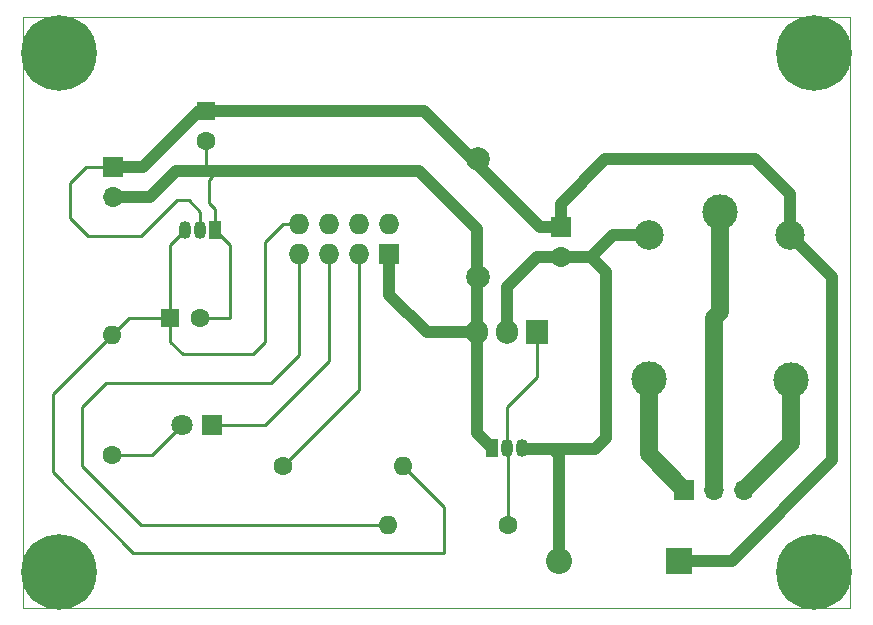
<source format=gbr>
%TF.GenerationSoftware,KiCad,Pcbnew,6.0.11-2627ca5db0~126~ubuntu20.04.1*%
%TF.CreationDate,2023-08-16T23:13:59-05:00*%
%TF.ProjectId,runLimiter,72756e4c-696d-4697-9465-722e6b696361,01*%
%TF.SameCoordinates,Original*%
%TF.FileFunction,Copper,L2,Bot*%
%TF.FilePolarity,Positive*%
%FSLAX46Y46*%
G04 Gerber Fmt 4.6, Leading zero omitted, Abs format (unit mm)*
G04 Created by KiCad (PCBNEW 6.0.11-2627ca5db0~126~ubuntu20.04.1) date 2023-08-16 23:13:59*
%MOMM*%
%LPD*%
G01*
G04 APERTURE LIST*
%TA.AperFunction,Profile*%
%ADD10C,0.100000*%
%TD*%
%TA.AperFunction,ComponentPad*%
%ADD11C,6.400000*%
%TD*%
%TA.AperFunction,ComponentPad*%
%ADD12C,1.600000*%
%TD*%
%TA.AperFunction,ComponentPad*%
%ADD13O,1.600000X1.600000*%
%TD*%
%TA.AperFunction,ComponentPad*%
%ADD14R,1.700000X1.700000*%
%TD*%
%TA.AperFunction,ComponentPad*%
%ADD15O,1.700000X1.700000*%
%TD*%
%TA.AperFunction,ComponentPad*%
%ADD16R,2.200000X2.200000*%
%TD*%
%TA.AperFunction,ComponentPad*%
%ADD17O,2.200000X2.200000*%
%TD*%
%TA.AperFunction,ComponentPad*%
%ADD18C,3.000000*%
%TD*%
%TA.AperFunction,ComponentPad*%
%ADD19C,2.500000*%
%TD*%
%TA.AperFunction,ComponentPad*%
%ADD20R,1.600000X1.600000*%
%TD*%
%TA.AperFunction,ComponentPad*%
%ADD21R,1.050000X1.500000*%
%TD*%
%TA.AperFunction,ComponentPad*%
%ADD22O,1.050000X1.500000*%
%TD*%
%TA.AperFunction,ComponentPad*%
%ADD23R,1.905000X2.000000*%
%TD*%
%TA.AperFunction,ComponentPad*%
%ADD24O,1.905000X2.000000*%
%TD*%
%TA.AperFunction,ComponentPad*%
%ADD25R,1.800000X1.800000*%
%TD*%
%TA.AperFunction,ComponentPad*%
%ADD26C,1.800000*%
%TD*%
%TA.AperFunction,ComponentPad*%
%ADD27C,2.000000*%
%TD*%
%TA.AperFunction,ComponentPad*%
%ADD28R,1.727200X1.727200*%
%TD*%
%TA.AperFunction,ComponentPad*%
%ADD29O,1.727200X1.727200*%
%TD*%
%TA.AperFunction,Conductor*%
%ADD30C,1.000000*%
%TD*%
%TA.AperFunction,Conductor*%
%ADD31C,0.250000*%
%TD*%
%TA.AperFunction,Conductor*%
%ADD32C,1.500000*%
%TD*%
G04 APERTURE END LIST*
D10*
X0Y0D02*
X70000000Y0D01*
X70000000Y0D02*
X70000000Y-50000000D01*
X70000000Y-50000000D02*
X0Y-50000000D01*
X0Y-50000000D02*
X0Y0D01*
D11*
%TO.P,REF\u002A\u002A,1*%
%TO.N,N/C*%
X3000000Y-3000000D03*
%TD*%
D12*
%TO.P,R3,1*%
%TO.N,Net-(R3-Pad1)*%
X22000000Y-38000000D03*
D13*
%TO.P,R3,2*%
%TO.N,/Internal Power*%
X32160000Y-38000000D03*
%TD*%
D14*
%TO.P,J3,1,Pin_1*%
%TO.N,Net-(J3-Pad1)*%
X55975000Y-40000000D03*
D15*
%TO.P,J3,2,Pin_2*%
%TO.N,Net-(J3-Pad2)*%
X58515000Y-40000000D03*
%TO.P,J3,3,Pin_3*%
%TO.N,Net-(J3-Pad3)*%
X61055000Y-40000000D03*
%TD*%
D16*
%TO.P,D2,1,K*%
%TO.N,/Control Power*%
X55500000Y-46000000D03*
D17*
%TO.P,D2,2,A*%
%TO.N,/Control Ground*%
X45340000Y-46000000D03*
%TD*%
D11*
%TO.P,REF\u002A\u002A,4*%
%TO.N,N/C*%
X3000000Y-47000000D03*
%TD*%
D18*
%TO.P,K1,1*%
%TO.N,Net-(J3-Pad2)*%
X59000000Y-16500000D03*
D19*
%TO.P,K1,2*%
%TO.N,/Control Ground*%
X52950000Y-18450000D03*
D18*
%TO.P,K1,3*%
%TO.N,Net-(J3-Pad1)*%
X52950000Y-30650000D03*
%TO.P,K1,4*%
%TO.N,Net-(J3-Pad3)*%
X65000000Y-30700000D03*
D19*
%TO.P,K1,5*%
%TO.N,/Control Power*%
X64950000Y-18450000D03*
%TD*%
D11*
%TO.P,REF\u002A\u002A,3*%
%TO.N,N/C*%
X67000000Y-47000000D03*
%TD*%
D14*
%TO.P,J1,1,Pin_1*%
%TO.N,/Control Power*%
X7590000Y-12700000D03*
D15*
%TO.P,J1,2,Pin_2*%
%TO.N,GNDREF*%
X7590000Y-15240000D03*
%TD*%
D14*
%TO.P,J2,1,Pin_1*%
%TO.N,/Control Power*%
X45500000Y-17800000D03*
D15*
%TO.P,J2,2,Pin_2*%
%TO.N,/Control Ground*%
X45500000Y-20340000D03*
%TD*%
D20*
%TO.P,C2,1*%
%TO.N,/Internal Power*%
X12460000Y-25500000D03*
D12*
%TO.P,C2,2*%
%TO.N,GNDREF*%
X14960000Y-25500000D03*
%TD*%
%TO.P,R1,1*%
%TO.N,Net-(D1-Pad2)*%
X7500000Y-37080000D03*
D13*
%TO.P,R1,2*%
%TO.N,/Internal Power*%
X7500000Y-26920000D03*
%TD*%
D21*
%TO.P,U1,1,GND*%
%TO.N,GNDREF*%
X16270000Y-18000000D03*
D22*
%TO.P,U1,2,VI*%
%TO.N,/Control Power*%
X15000000Y-18000000D03*
%TO.P,U1,3,VO*%
%TO.N,/Internal Power*%
X13730000Y-18000000D03*
%TD*%
D12*
%TO.P,R2,1*%
%TO.N,Net-(Q1-Pad2)*%
X41080000Y-43000000D03*
D13*
%TO.P,R2,2*%
%TO.N,Net-(R2-Pad2)*%
X30920000Y-43000000D03*
%TD*%
D23*
%TO.P,Q2,1,B*%
%TO.N,Net-(Q1-Pad2)*%
X43500000Y-26690000D03*
D24*
%TO.P,Q2,2,C*%
%TO.N,/Control Ground*%
X40960000Y-26690000D03*
%TO.P,Q2,3,E*%
%TO.N,GNDREF*%
X38420000Y-26690000D03*
%TD*%
D25*
%TO.P,D1,1,K*%
%TO.N,Net-(D1-Pad1)*%
X16000000Y-34500000D03*
D26*
%TO.P,D1,2,A*%
%TO.N,Net-(D1-Pad2)*%
X13460000Y-34500000D03*
%TD*%
D27*
%TO.P,C3,1*%
%TO.N,/Control Power*%
X38500000Y-12000000D03*
%TO.P,C3,2*%
%TO.N,GNDREF*%
X38500000Y-22000000D03*
%TD*%
D28*
%TO.P,U2,1,GND*%
%TO.N,GNDREF*%
X31000000Y-20040000D03*
D29*
%TO.P,U2,2,U0TXD/GPIO1*%
%TO.N,unconnected-(U2-Pad2)*%
X31000000Y-17500000D03*
%TO.P,U2,3,U1TXD/GPIO2*%
%TO.N,Net-(R3-Pad1)*%
X28460000Y-20040000D03*
%TO.P,U2,4,CH_EN/CH_PD*%
%TO.N,unconnected-(U2-Pad4)*%
X28460000Y-17500000D03*
%TO.P,U2,5,GPIO0*%
%TO.N,Net-(D1-Pad1)*%
X25920000Y-20040000D03*
%TO.P,U2,6,RST*%
%TO.N,unconnected-(U2-Pad6)*%
X25920000Y-17500000D03*
%TO.P,U2,7,GPIO3/U0RXD*%
%TO.N,Net-(R2-Pad2)*%
X23380000Y-20040000D03*
%TO.P,U2,8,VCC*%
%TO.N,/Internal Power*%
X23380000Y-17500000D03*
%TD*%
D21*
%TO.P,Q1,1,E*%
%TO.N,GNDREF*%
X39690000Y-36501115D03*
D22*
%TO.P,Q1,2,B*%
%TO.N,Net-(Q1-Pad2)*%
X40960000Y-36501115D03*
%TO.P,Q1,3,C*%
%TO.N,/Control Ground*%
X42230000Y-36501115D03*
%TD*%
D20*
%TO.P,C1,1*%
%TO.N,/Control Power*%
X15500000Y-7960000D03*
D12*
%TO.P,C1,2*%
%TO.N,GNDREF*%
X15500000Y-10460000D03*
%TD*%
D11*
%TO.P,REF\u002A\u002A,2*%
%TO.N,N/C*%
X67000000Y-3000000D03*
%TD*%
D30*
%TO.N,GNDREF*%
X31000000Y-23500000D02*
X34190000Y-26690000D01*
X34190000Y-26690000D02*
X38420000Y-26690000D01*
X38420000Y-26690000D02*
X38420000Y-35231115D01*
X38420000Y-35231115D02*
X39690000Y-36501115D01*
D31*
X16000000Y-13540000D02*
X15770000Y-13770000D01*
D30*
X31000000Y-20040000D02*
X31000000Y-23500000D01*
X15500000Y-13040000D02*
X33540000Y-13040000D01*
D31*
X17540000Y-19270000D02*
X17540000Y-25500000D01*
X16270000Y-18000000D02*
X17540000Y-19270000D01*
D30*
X38420000Y-17920000D02*
X38420000Y-26690000D01*
X10760000Y-15240000D02*
X7590000Y-15240000D01*
X15500000Y-13040000D02*
X12960000Y-13040000D01*
X33540000Y-13040000D02*
X38420000Y-17920000D01*
D31*
X15500000Y-13040000D02*
X16000000Y-13540000D01*
X15770000Y-13770000D02*
X15770000Y-15770000D01*
X17540000Y-25500000D02*
X14960000Y-25500000D01*
X16270000Y-16270000D02*
X16270000Y-18000000D01*
X15500000Y-10460000D02*
X15500000Y-13040000D01*
D30*
X12960000Y-13040000D02*
X10760000Y-15240000D01*
D31*
X15770000Y-15770000D02*
X16270000Y-16270000D01*
%TO.N,Net-(Q1-Pad2)*%
X43500000Y-26690000D02*
X43500000Y-30500000D01*
X43500000Y-30500000D02*
X40960000Y-33040000D01*
X41080000Y-36621115D02*
X40960000Y-36501115D01*
X41080000Y-43000000D02*
X41080000Y-36621115D01*
X40960000Y-33040000D02*
X40960000Y-36501115D01*
%TO.N,Net-(R2-Pad2)*%
X23380000Y-28620000D02*
X23380000Y-20040000D01*
X21000000Y-31000000D02*
X23380000Y-28620000D01*
X30920000Y-43000000D02*
X10000000Y-43000000D01*
X10000000Y-43000000D02*
X5000000Y-38000000D01*
X7000000Y-31000000D02*
X21000000Y-31000000D01*
X5000000Y-38000000D02*
X5000000Y-33000000D01*
X5000000Y-33000000D02*
X7000000Y-31000000D01*
%TO.N,Net-(D1-Pad1)*%
X16000000Y-34500000D02*
X20500000Y-34500000D01*
X20500000Y-34500000D02*
X25920000Y-29080000D01*
X25920000Y-29080000D02*
X25920000Y-20040000D01*
%TO.N,Net-(D1-Pad2)*%
X7500000Y-37080000D02*
X10880000Y-37080000D01*
X10880000Y-37080000D02*
X13460000Y-34500000D01*
D30*
%TO.N,/Control Power*%
X10160000Y-12700000D02*
X7590000Y-12700000D01*
D31*
X15000000Y-16500000D02*
X14000000Y-15500000D01*
D30*
X60000000Y-46000000D02*
X68500000Y-37500000D01*
X49300000Y-12000000D02*
X62000000Y-12000000D01*
X45500000Y-17800000D02*
X45500000Y-15800000D01*
X68500000Y-37500000D02*
X68500000Y-22000000D01*
X62000000Y-12000000D02*
X64950000Y-14950000D01*
D31*
X15000000Y-18640000D02*
X15000000Y-16500000D01*
D30*
X33960000Y-7960000D02*
X15500000Y-7960000D01*
X43800000Y-17800000D02*
X33960000Y-7960000D01*
X45500000Y-17800000D02*
X43800000Y-17800000D01*
D31*
X5500000Y-18500000D02*
X4000000Y-17000000D01*
X13000000Y-15500000D02*
X10000000Y-18500000D01*
D30*
X55500000Y-46000000D02*
X60000000Y-46000000D01*
X14900000Y-7960000D02*
X10160000Y-12700000D01*
X64950000Y-14950000D02*
X64950000Y-18450000D01*
D31*
X14000000Y-15500000D02*
X13000000Y-15500000D01*
X10000000Y-18500000D02*
X5500000Y-18500000D01*
D30*
X45500000Y-15800000D02*
X49300000Y-12000000D01*
D31*
X4000000Y-14000000D02*
X5300000Y-12700000D01*
X5300000Y-12700000D02*
X7590000Y-12700000D01*
X4000000Y-17000000D02*
X4000000Y-14000000D01*
D30*
X68500000Y-22000000D02*
X64950000Y-18450000D01*
X15500000Y-7960000D02*
X14900000Y-7960000D01*
D31*
%TO.N,/Internal Power*%
X12460000Y-27460000D02*
X12460000Y-25500000D01*
X8920000Y-25500000D02*
X12460000Y-25500000D01*
X35660000Y-41500000D02*
X35660000Y-45340000D01*
X19500000Y-28500000D02*
X13500000Y-28500000D01*
X20500000Y-27500000D02*
X19500000Y-28500000D01*
X12460000Y-19270000D02*
X13730000Y-18000000D01*
X13500000Y-28500000D02*
X12460000Y-27460000D01*
X22000000Y-17500000D02*
X20500000Y-19000000D01*
X20500000Y-19000000D02*
X20500000Y-27500000D01*
X2500000Y-31920000D02*
X7500000Y-26920000D01*
X12460000Y-25500000D02*
X12460000Y-19270000D01*
X9340000Y-45340000D02*
X2500000Y-38500000D01*
X32160000Y-38000000D02*
X35660000Y-41500000D01*
X7500000Y-26920000D02*
X8920000Y-25500000D01*
X35660000Y-45340000D02*
X9340000Y-45340000D01*
X2500000Y-38500000D02*
X2500000Y-31920000D01*
X23380000Y-17500000D02*
X22000000Y-17500000D01*
D30*
%TO.N,/Control Ground*%
X45523308Y-20316692D02*
X48041243Y-20316692D01*
X45340000Y-46000000D02*
X45340000Y-37040000D01*
X49350000Y-21610000D02*
X49350000Y-35580000D01*
X44900000Y-36600000D02*
X42270557Y-36600000D01*
X45340000Y-37040000D02*
X44900000Y-36600000D01*
X43500000Y-20340000D02*
X40960000Y-22880000D01*
X45500000Y-20340000D02*
X45523308Y-20316692D01*
X40960000Y-22880000D02*
X40960000Y-26690000D01*
X45500000Y-20340000D02*
X43500000Y-20340000D01*
X49310557Y-35639442D02*
X48389442Y-36560557D01*
X49907935Y-18450000D02*
X52950000Y-18450000D01*
X48080000Y-20340000D02*
X49350000Y-21610000D01*
X48041243Y-20316692D02*
X49907935Y-18450000D01*
X48350000Y-36600000D02*
X44900000Y-36600000D01*
D31*
%TO.N,Net-(R3-Pad1)*%
X28460000Y-31540000D02*
X28460000Y-20040000D01*
X22000000Y-38000000D02*
X28460000Y-31540000D01*
D32*
%TO.N,Net-(J3-Pad1)*%
X52950000Y-30650000D02*
X52950000Y-36975000D01*
X52950000Y-36975000D02*
X55975000Y-40000000D01*
%TO.N,Net-(J3-Pad2)*%
X58515000Y-25485000D02*
X59000000Y-25000000D01*
X58515000Y-40000000D02*
X58515000Y-25485000D01*
X59000000Y-25000000D02*
X59000000Y-16500000D01*
%TO.N,Net-(J3-Pad3)*%
X65000000Y-36055000D02*
X61055000Y-40000000D01*
X65000000Y-30700000D02*
X65000000Y-36055000D01*
%TD*%
M02*

</source>
